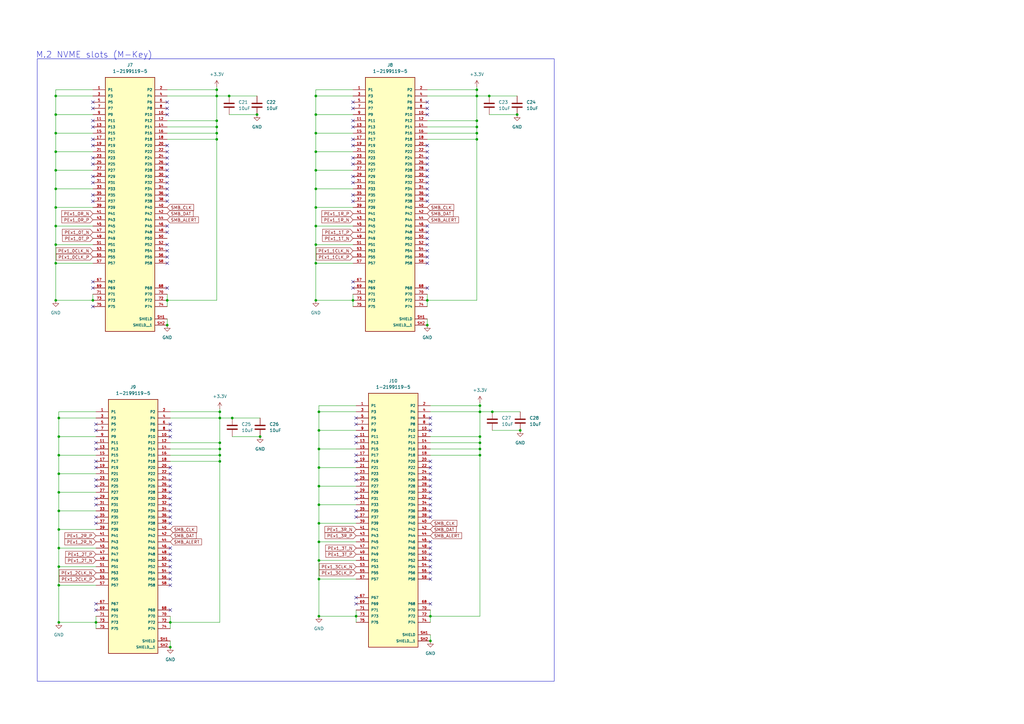
<source format=kicad_sch>
(kicad_sch (version 20250114) (generator "eeschema") (generator_version "9.0")
  (paper "A3")
  (title_block (title "PCIe/104 Adapter") (company "By Madhav Kapa"))
  (lib_symbols
    (symbol "1-2199119-5:1-2199119-5" (pin_names (offset 1.016))
      (property "Reference" "J" (at -10.1938 51.7746 0))
      (property "Value" "1-2199119-5" (at -10.1934 -56.0906 0))
      (symbol "1-2199119-5_0_0"
        (rectangle (start -10.16 -53.34) (end 10.16 50.8) (stroke (width 0.254)) (fill (type background)))
        (pin passive line (at -15.24 45.72 0) (length 5.08) (name "P1") (number "1"))
        (pin passive line (at -15.24 43.18 0) (length 5.08) (name "P3") (number "3"))
        (pin passive line (at -15.24 40.64 0) (length 5.08) (name "P5") (number "5"))
        (pin passive line (at -15.24 38.1 0) (length 5.08) (name "P7") (number "7"))
        (pin passive line (at -15.24 35.56 0) (length 5.08) (name "P9") (number "9"))
        (pin passive line (at -15.24 33.02 0) (length 5.08) (name "P11") (number "11"))
        (pin passive line (at -15.24 30.48 0) (length 5.08) (name "P13") (number "13"))
        (pin passive line (at -15.24 27.94 0) (length 5.08) (name "P15") (number "15"))
        (pin passive line (at -15.24 25.4 0) (length 5.08) (name "P17") (number "17"))
        (pin passive line (at -15.24 22.86 0) (length 5.08) (name "P19") (number "19"))
        (pin passive line (at -15.24 20.32 0) (length 5.08) (name "P21") (number "21"))
        (pin passive line (at -15.24 17.78 0) (length 5.08) (name "P23") (number "23"))
        (pin passive line (at -15.24 15.24 0) (length 5.08) (name "P25") (number "25"))
        (pin passive line (at -15.24 12.7 0) (length 5.08) (name "P27") (number "27"))
        (pin passive line (at -15.24 10.16 0) (length 5.08) (name "P29") (number "29"))
        (pin passive line (at -15.24 7.62 0) (length 5.08) (name "P31") (number "31"))
        (pin passive line (at -15.24 5.08 0) (length 5.08) (name "P33") (number "33"))
        (pin passive line (at -15.24 2.54 0) (length 5.08) (name "P35") (number "35"))
        (pin passive line (at -15.24 0 0) (length 5.08) (name "P37") (number "37"))
        (pin passive line (at -15.24 -2.54 0) (length 5.08) (name "P39") (number "39"))
        (pin passive line (at -15.24 -5.08 0) (length 5.08) (name "P41") (number "41"))
        (pin passive line (at -15.24 -7.62 0) (length 5.08) (name "P43") (number "43"))
        (pin passive line (at -15.24 -10.16 0) (length 5.08) (name "P45") (number "45"))
        (pin passive line (at -15.24 -12.7 0) (length 5.08) (name "P47") (number "47"))
        (pin passive line (at -15.24 -15.24 0) (length 5.08) (name "P49") (number "49"))
        (pin passive line (at -15.24 -17.78 0) (length 5.08) (name "P51") (number "51"))
        (pin passive line (at -15.24 -20.32 0) (length 5.08) (name "P53") (number "53"))
        (pin passive line (at -15.24 -22.86 0) (length 5.08) (name "P55") (number "55"))
        (pin passive line (at -15.24 -25.4 0) (length 5.08) (name "P57") (number "57"))
        (pin passive line (at -15.24 -33.02 0) (length 5.08) (name "P67") (number "67"))
        (pin passive line (at -15.24 -35.56 0) (length 5.08) (name "P69") (number "69"))
        (pin passive line (at -15.24 -38.1 0) (length 5.08) (name "P71") (number "71"))
        (pin passive line (at -15.24 -40.64 0) (length 5.08) (name "P73") (number "73"))
        (pin passive line (at -15.24 -43.18 0) (length 5.08) (name "P75") (number "75"))
        (pin passive line (at 15.24 45.72 180) (length 5.08) (name "P2") (number "2"))
        (pin passive line (at 15.24 43.18 180) (length 5.08) (name "P4") (number "4"))
        (pin passive line (at 15.24 40.64 180) (length 5.08) (name "P6") (number "6"))
        (pin passive line (at 15.24 38.1 180) (length 5.08) (name "P8") (number "8"))
        (pin passive line (at 15.24 35.56 180) (length 5.08) (name "P10") (number "10"))
        (pin passive line (at 15.24 33.02 180) (length 5.08) (name "P12") (number "12"))
        (pin passive line (at 15.24 30.48 180) (length 5.08) (name "P14") (number "14"))
        (pin passive line (at 15.24 27.94 180) (length 5.08) (name "P16") (number "16"))
        (pin passive line (at 15.24 25.4 180) (length 5.08) (name "P18") (number "18"))
        (pin passive line (at 15.24 22.86 180) (length 5.08) (name "P20") (number "20"))
        (pin passive line (at 15.24 20.32 180) (length 5.08) (name "P22") (number "22"))
        (pin passive line (at 15.24 17.78 180) (length 5.08) (name "P24") (number "24"))
        (pin passive line (at 15.24 15.24 180) (length 5.08) (name "P26") (number "26"))
        (pin passive line (at 15.24 12.7 180) (length 5.08) (name "P28") (number "28"))
        (pin passive line (at 15.24 10.16 180) (length 5.08) (name "P30") (number "30"))
        (pin passive line (at 15.24 7.62 180) (length 5.08) (name "P32") (number "32"))
        (pin passive line (at 15.24 5.08 180) (length 5.08) (name "P34") (number "34"))
        (pin passive line (at 15.24 2.54 180) (length 5.08) (name "P36") (number "36"))
        (pin passive line (at 15.24 0 180) (length 5.08) (name "P38") (number "38"))
        (pin passive line (at 15.24 -2.54 180) (length 5.08) (name "P40") (number "40"))
        (pin passive line (at 15.24 -5.08 180) (length 5.08) (name "P42") (number "42"))
        (pin passive line (at 15.24 -7.62 180) (length 5.08) (name "P44") (number "44"))
        (pin passive line (at 15.24 -10.16 180) (length 5.08) (name "P46") (number "46"))
        (pin passive line (at 15.24 -12.7 180) (length 5.08) (name "P48") (number "48"))
        (pin passive line (at 15.24 -15.24 180) (length 5.08) (name "P50") (number "50"))
        (pin passive line (at 15.24 -17.78 180) (length 5.08) (name "P52") (number "52"))
        (pin passive line (at 15.24 -20.32 180) (length 5.08) (name "P54") (number "54"))
        (pin passive line (at 15.24 -22.86 180) (length 5.08) (name "P56") (number "56"))
        (pin passive line (at 15.24 -25.4 180) (length 5.08) (name "P58") (number "58"))
        (pin passive line (at 15.24 -35.56 180) (length 5.08) (name "P68") (number "68"))
        (pin passive line (at 15.24 -38.1 180) (length 5.08) (name "P70") (number "70"))
        (pin passive line (at 15.24 -40.64 180) (length 5.08) (name "P72") (number "72"))
        (pin passive line (at 15.24 -43.18 180) (length 5.08) (name "P74") (number "74"))
        (pin passive line (at 15.24 -48.26 180) (length 5.08) (name "SHIELD") (number "SH1"))
        (pin passive line (at 15.24 -50.8 180) (length 5.08) (name "SHIELD__1") (number "SH2"))
      )
    )
    (symbol "Device:C" (pin_numbers (hide yes)) (pin_names (offset 0.254))
      (property "Reference" "C" (at 0.635 2.54 0))
      (property "Value" "C" (at 0.635 -2.54 0))
      (symbol "C_0_1"
        (polyline (pts (xy -2.032 0.762) (xy 2.032 0.762)) (stroke (width 0.508)))
        (polyline (pts (xy -2.032 -0.762) (xy 2.032 -0.762)) (stroke (width 0.508)))
      )
      (symbol "C_1_1"
        (pin passive line (at 0 3.81 270) (length 2.794) (name "~") (number "1"))
        (pin passive line (at 0 -3.81 90) (length 2.794) (name "~") (number "2"))
      )
    )
    (symbol "power:+3.3V" (power) (pin_numbers (hide yes)) (pin_names (offset 0) (hide yes))
      (property "Value" "+3.3V" (at 0 3.556 0))
      (symbol "+3.3V_0_1"
        (polyline (pts (xy -0.762 1.27) (xy 0 2.54)))
        (polyline (pts (xy 0 2.54) (xy 0.762 1.27)))
        (polyline (pts (xy 0 0) (xy 0 2.54)))
      )
      (symbol "+3.3V_1_1"
        (pin power_in line (at 0 0 90) (length 0) (name "~") (number "1"))
      )
    )
    (symbol "power:GND" (power) (pin_numbers (hide yes)) (pin_names (offset 0) (hide yes))
      (property "Value" "GND" (at 0 -3.81 0))
      (symbol "GND_0_1"
        (polyline (pts (xy 0 0) (xy 0 -1.27) (xy 1.27 -1.27) (xy 0 -2.54) (xy -1.27 -1.27) (xy 0 -1.27)))
      )
      (symbol "GND_1_1"
        (pin power_in line (at 0 0 270) (length 0) (name "~") (number "1"))
      )
    )
  )
  (rectangle (start 15.24 24.13) (end 227.33 279.4))
  (text "M.2 NVME slots (M-Key)" (at 38.608 22.606 0) (effects (font (size 2.54 2.54))))
  (junction (at 68.58 123.19))
  (junction (at 130.81 214.63))
  (junction (at 90.17 171.45))
  (junction (at 88.9 57.15))
  (junction (at 175.26 133.35))
  (junction (at 24.13 232.41))
  (junction (at 24.13 186.69))
  (junction (at 129.54 107.95))
  (junction (at 129.54 46.99))
  (junction (at 196.85 181.61))
  (junction (at 130.81 229.87))
  (junction (at 176.53 252.73))
  (junction (at 90.17 189.23))
  (junction (at 24.13 171.45))
  (junction (at 129.54 77.47))
  (junction (at 24.13 194.31))
  (junction (at 93.98 39.37))
  (junction (at 196.85 179.07))
  (junction (at 175.26 123.19))
  (junction (at 38.1 123.19))
  (junction (at 146.05 252.73))
  (junction (at 88.9 39.37))
  (junction (at 196.85 184.15))
  (junction (at 22.86 77.47))
  (junction (at 195.58 52.07))
  (junction (at 129.54 92.71))
  (junction (at 213.36 176.53))
  (junction (at 88.9 52.07))
  (junction (at 90.17 184.15))
  (junction (at 129.54 100.33))
  (junction (at 24.13 179.07))
  (junction (at 195.58 39.37))
  (junction (at 129.54 62.23))
  (junction (at 195.58 49.53))
  (junction (at 22.86 39.37))
  (junction (at 22.86 92.71))
  (junction (at 22.86 62.23))
  (junction (at 130.81 222.25))
  (junction (at 200.66 39.37))
  (junction (at 88.9 36.83))
  (junction (at 22.86 85.09))
  (junction (at 129.54 39.37))
  (junction (at 24.13 255.27))
  (junction (at 69.85 255.27))
  (junction (at 129.54 85.09))
  (junction (at 24.13 217.17))
  (junction (at 90.17 186.69))
  (junction (at 130.81 168.91))
  (junction (at 129.54 69.85))
  (junction (at 129.54 54.61))
  (junction (at 69.85 265.43))
  (junction (at 24.13 209.55))
  (junction (at 88.9 54.61))
  (junction (at 130.81 252.73))
  (junction (at 130.81 207.01))
  (junction (at 88.9 49.53))
  (junction (at 90.17 168.91))
  (junction (at 22.86 54.61))
  (junction (at 195.58 54.61))
  (junction (at 22.86 46.99))
  (junction (at 212.09 46.99))
  (junction (at 22.86 100.33))
  (junction (at 201.93 168.91))
  (junction (at 22.86 107.95))
  (junction (at 130.81 176.53))
  (junction (at 22.86 69.85))
  (junction (at 195.58 57.15))
  (junction (at 196.85 166.37))
  (junction (at 144.78 123.19))
  (junction (at 105.41 46.99))
  (junction (at 130.81 184.15))
  (junction (at 130.81 237.49))
  (junction (at 130.81 191.77))
  (junction (at 95.25 171.45))
  (junction (at 24.13 224.79))
  (junction (at 129.54 123.19))
  (junction (at 106.68 179.07))
  (junction (at 68.58 133.35))
  (junction (at 22.86 123.19))
  (junction (at 130.81 199.39))
  (junction (at 90.17 181.61))
  (junction (at 195.58 36.83))
  (junction (at 176.53 262.89))
  (junction (at 196.85 168.91))
  (junction (at 39.37 255.27))
  (junction (at 24.13 201.93))
  (junction (at 24.13 240.03))
  (junction (at 196.85 186.69))
  (no_connect (at 38.1 72.39))
  (no_connect (at 68.58 107.95))
  (no_connect (at 68.58 67.31))
  (no_connect (at 176.53 191.77))
  (no_connect (at 69.85 214.63))
  (no_connect (at 38.1 49.53))
  (no_connect (at 69.85 232.41))
  (no_connect (at 175.26 77.47))
  (no_connect (at 144.78 49.53))
  (no_connect (at 175.26 80.01))
  (no_connect (at 69.85 199.39))
  (no_connect (at 144.78 115.57))
  (no_connect (at 38.1 59.69))
  (no_connect (at 175.26 102.87))
  (no_connect (at 146.05 204.47))
  (no_connect (at 68.58 44.45))
  (no_connect (at 38.1 115.57))
  (no_connect (at 176.53 224.79))
  (no_connect (at 38.1 41.91))
  (no_connect (at 144.78 41.91))
  (no_connect (at 38.1 64.77))
  (no_connect (at 68.58 69.85))
  (no_connect (at 144.78 80.01))
  (no_connect (at 39.37 212.09))
  (no_connect (at 146.05 247.65))
  (no_connect (at 68.58 64.77))
  (no_connect (at 175.26 69.85))
  (no_connect (at 69.85 237.49))
  (no_connect (at 176.53 196.85))
  (no_connect (at 144.78 44.45))
  (no_connect (at 69.85 212.09))
  (no_connect (at 176.53 204.47))
  (no_connect (at 146.05 186.69))
  (no_connect (at 175.26 92.71))
  (no_connect (at 38.1 125.73))
  (no_connect (at 176.53 229.87))
  (no_connect (at 69.85 240.03))
  (no_connect (at 38.1 57.15))
  (no_connect (at 146.05 245.11))
  (no_connect (at 175.26 82.55))
  (no_connect (at 38.1 80.01))
  (no_connect (at 176.53 173.99))
  (no_connect (at 176.53 207.01))
  (no_connect (at 175.26 64.77))
  (no_connect (at 39.37 247.65))
  (no_connect (at 146.05 179.07))
  (no_connect (at 69.85 209.55))
  (no_connect (at 69.85 227.33))
  (no_connect (at 39.37 214.63))
  (no_connect (at 69.85 229.87))
  (no_connect (at 69.85 196.85))
  (no_connect (at 68.58 95.25))
  (no_connect (at 69.85 250.19))
  (no_connect (at 146.05 194.31))
  (no_connect (at 68.58 72.39))
  (no_connect (at 38.1 82.55))
  (no_connect (at 146.05 212.09))
  (no_connect (at 176.53 247.65))
  (no_connect (at 38.1 52.07))
  (no_connect (at 144.78 74.93))
  (no_connect (at 144.78 52.07))
  (no_connect (at 39.37 189.23))
  (no_connect (at 176.53 189.23))
  (no_connect (at 38.1 118.11))
  (no_connect (at 146.05 181.61))
  (no_connect (at 69.85 224.79))
  (no_connect (at 176.53 194.31))
  (no_connect (at 69.85 201.93))
  (no_connect (at 39.37 176.53))
  (no_connect (at 146.05 196.85))
  (no_connect (at 176.53 237.49))
  (no_connect (at 176.53 212.09))
  (no_connect (at 69.85 234.95))
  (no_connect (at 176.53 227.33))
  (no_connect (at 146.05 189.23))
  (no_connect (at 39.37 204.47))
  (no_connect (at 69.85 179.07))
  (no_connect (at 144.78 57.15))
  (no_connect (at 176.53 234.95))
  (no_connect (at 175.26 44.45))
  (no_connect (at 176.53 232.41))
  (no_connect (at 176.53 199.39))
  (no_connect (at 146.05 201.93))
  (no_connect (at 68.58 80.01))
  (no_connect (at 175.26 118.11))
  (no_connect (at 68.58 77.47))
  (no_connect (at 175.26 41.91))
  (no_connect (at 144.78 67.31))
  (no_connect (at 68.58 82.55))
  (no_connect (at 69.85 204.47))
  (no_connect (at 175.26 74.93))
  (no_connect (at 68.58 105.41))
  (no_connect (at 68.58 62.23))
  (no_connect (at 69.85 191.77))
  (no_connect (at 68.58 74.93))
  (no_connect (at 39.37 250.19))
  (no_connect (at 39.37 184.15))
  (no_connect (at 146.05 209.55))
  (no_connect (at 68.58 59.69))
  (no_connect (at 175.26 67.31))
  (no_connect (at 39.37 181.61))
  (no_connect (at 176.53 201.93))
  (no_connect (at 175.26 95.25))
  (no_connect (at 68.58 118.11))
  (no_connect (at 175.26 46.99))
  (no_connect (at 144.78 82.55))
  (no_connect (at 68.58 46.99))
  (no_connect (at 175.26 59.69))
  (no_connect (at 39.37 191.77))
  (no_connect (at 146.05 171.45))
  (no_connect (at 39.37 196.85))
  (no_connect (at 144.78 72.39))
  (no_connect (at 38.1 44.45))
  (no_connect (at 39.37 199.39))
  (no_connect (at 39.37 207.01))
  (no_connect (at 176.53 176.53))
  (no_connect (at 176.53 171.45))
  (no_connect (at 68.58 92.71))
  (no_connect (at 69.85 173.99))
  (no_connect (at 175.26 105.41))
  (no_connect (at 144.78 118.11))
  (no_connect (at 69.85 207.01))
  (no_connect (at 38.1 74.93))
  (no_connect (at 144.78 64.77))
  (no_connect (at 69.85 176.53))
  (no_connect (at 38.1 67.31))
  (no_connect (at 68.58 41.91))
  (no_connect (at 39.37 173.99))
  (no_connect (at 68.58 100.33))
  (no_connect (at 175.26 72.39))
  (no_connect (at 175.26 62.23))
  (no_connect (at 175.26 100.33))
  (no_connect (at 146.05 173.99))
  (no_connect (at 175.26 107.95))
  (no_connect (at 175.26 97.79))
  (no_connect (at 144.78 59.69))
  (no_connect (at 68.58 102.87))
  (no_connect (at 69.85 194.31))
  (no_connect (at 176.53 209.55))
  (no_connect (at 176.53 222.25))
  (wire (pts (xy 38.1 39.37) (xy 22.86 39.37)))
  (wire (pts (xy 129.54 107.95) (xy 129.54 100.33)))
  (wire (pts (xy 90.17 171.45) (xy 90.17 168.91)))
  (wire (pts (xy 88.9 57.15) (xy 88.9 54.61)))
  (wire (pts (xy 201.93 176.53) (xy 213.36 176.53)))
  (wire (pts (xy 24.13 179.07) (xy 24.13 171.45)))
  (wire (pts (xy 146.05 199.39) (xy 130.81 199.39)))
  (wire (pts (xy 90.17 171.45) (xy 95.25 171.45)))
  (wire (pts (xy 144.78 85.09) (xy 129.54 85.09)))
  (wire (pts (xy 39.37 186.69) (xy 24.13 186.69)))
  (wire (pts (xy 90.17 186.69) (xy 90.17 184.15)))
  (wire (pts (xy 24.13 224.79) (xy 24.13 217.17)))
  (wire (pts (xy 68.58 49.53) (xy 88.9 49.53)))
  (wire (pts (xy 196.85 168.91) (xy 196.85 166.37)))
  (wire (pts (xy 69.85 181.61) (xy 90.17 181.61)))
  (wire (pts (xy 144.78 62.23) (xy 129.54 62.23)))
  (wire (pts (xy 146.05 252.73) (xy 146.05 255.27)))
  (wire (pts (xy 129.54 92.71) (xy 129.54 85.09)))
  (wire (pts (xy 39.37 232.41) (xy 24.13 232.41)))
  (wire (pts (xy 69.85 255.27) (xy 90.17 255.27)))
  (wire (pts (xy 22.86 85.09) (xy 22.86 77.47)))
  (wire (pts (xy 130.81 229.87) (xy 130.81 222.25)))
  (wire (pts (xy 146.05 207.01) (xy 130.81 207.01)))
  (wire (pts (xy 68.58 130.81) (xy 68.58 133.35)))
  (wire (pts (xy 195.58 57.15) (xy 195.58 54.61)))
  (wire (pts (xy 90.17 168.91) (xy 90.17 167.64)))
  (wire (pts (xy 22.86 77.47) (xy 22.86 69.85)))
  (wire (pts (xy 175.26 57.15) (xy 195.58 57.15)))
  (wire (pts (xy 38.1 46.99) (xy 22.86 46.99)))
  (wire (pts (xy 68.58 52.07) (xy 88.9 52.07)))
  (wire (pts (xy 195.58 39.37) (xy 200.66 39.37)))
  (wire (pts (xy 24.13 168.91) (xy 39.37 168.91)))
  (wire (pts (xy 24.13 232.41) (xy 24.13 224.79)))
  (wire (pts (xy 38.1 54.61) (xy 22.86 54.61)))
  (wire (pts (xy 39.37 224.79) (xy 24.13 224.79)))
  (wire (pts (xy 88.9 54.61) (xy 88.9 52.07)))
  (wire (pts (xy 88.9 39.37) (xy 88.9 36.83)))
  (wire (pts (xy 176.53 186.69) (xy 196.85 186.69)))
  (wire (pts (xy 129.54 107.95) (xy 129.54 123.19)))
  (wire (pts (xy 39.37 179.07) (xy 24.13 179.07)))
  (wire (pts (xy 176.53 184.15) (xy 196.85 184.15)))
  (wire (pts (xy 39.37 194.31) (xy 24.13 194.31)))
  (wire (pts (xy 130.81 168.91) (xy 130.81 166.37)))
  (wire (pts (xy 175.26 36.83) (xy 195.58 36.83)))
  (wire (pts (xy 175.26 49.53) (xy 195.58 49.53)))
  (wire (pts (xy 196.85 168.91) (xy 201.93 168.91)))
  (wire (pts (xy 195.58 52.07) (xy 195.58 49.53)))
  (wire (pts (xy 22.86 100.33) (xy 22.86 92.71)))
  (wire (pts (xy 129.54 46.99) (xy 129.54 39.37)))
  (wire (pts (xy 176.53 166.37) (xy 196.85 166.37)))
  (wire (pts (xy 144.78 120.65) (xy 144.78 123.19)))
  (wire (pts (xy 24.13 194.31) (xy 24.13 186.69)))
  (wire (pts (xy 175.26 123.19) (xy 175.26 125.73)))
  (wire (pts (xy 129.54 100.33) (xy 129.54 92.71)))
  (wire (pts (xy 175.26 123.19) (xy 195.58 123.19)))
  (wire (pts (xy 90.17 181.61) (xy 90.17 171.45)))
  (wire (pts (xy 22.86 107.95) (xy 22.86 123.19)))
  (wire (pts (xy 88.9 52.07) (xy 88.9 49.53)))
  (wire (pts (xy 38.1 100.33) (xy 22.86 100.33)))
  (wire (pts (xy 129.54 69.85) (xy 129.54 62.23)))
  (wire (pts (xy 144.78 123.19) (xy 144.78 125.73)))
  (wire (pts (xy 176.53 181.61) (xy 196.85 181.61)))
  (wire (pts (xy 22.86 36.83) (xy 38.1 36.83)))
  (wire (pts (xy 22.86 107.95) (xy 22.86 100.33)))
  (wire (pts (xy 144.78 54.61) (xy 129.54 54.61)))
  (wire (pts (xy 175.26 120.65) (xy 175.26 123.19)))
  (wire (pts (xy 146.05 237.49) (xy 130.81 237.49)))
  (wire (pts (xy 144.78 100.33) (xy 129.54 100.33)))
  (wire (pts (xy 39.37 209.55) (xy 24.13 209.55)))
  (wire (pts (xy 68.58 54.61) (xy 88.9 54.61)))
  (wire (pts (xy 129.54 123.19) (xy 144.78 123.19)))
  (wire (pts (xy 195.58 36.83) (xy 195.58 35.56)))
  (wire (pts (xy 24.13 217.17) (xy 24.13 209.55)))
  (wire (pts (xy 129.54 85.09) (xy 129.54 77.47)))
  (wire (pts (xy 68.58 123.19) (xy 88.9 123.19)))
  (wire (pts (xy 176.53 168.91) (xy 196.85 168.91)))
  (wire (pts (xy 22.86 69.85) (xy 22.86 62.23)))
  (wire (pts (xy 69.85 255.27) (xy 69.85 257.81)))
  (wire (pts (xy 38.1 85.09) (xy 22.86 85.09)))
  (wire (pts (xy 129.54 39.37) (xy 129.54 36.83)))
  (wire (pts (xy 146.05 229.87) (xy 130.81 229.87)))
  (wire (pts (xy 24.13 171.45) (xy 24.13 168.91)))
  (wire (pts (xy 195.58 39.37) (xy 195.58 36.83)))
  (wire (pts (xy 38.1 77.47) (xy 22.86 77.47)))
  (wire (pts (xy 196.85 186.69) (xy 196.85 184.15)))
  (wire (pts (xy 39.37 240.03) (xy 24.13 240.03)))
  (wire (pts (xy 146.05 191.77) (xy 130.81 191.77)))
  (wire (pts (xy 69.85 189.23) (xy 90.17 189.23)))
  (wire (pts (xy 130.81 176.53) (xy 130.81 168.91)))
  (wire (pts (xy 195.58 54.61) (xy 195.58 52.07)))
  (wire (pts (xy 130.81 191.77) (xy 130.81 184.15)))
  (wire (pts (xy 22.86 92.71) (xy 22.86 85.09)))
  (wire (pts (xy 200.66 46.99) (xy 212.09 46.99)))
  (wire (pts (xy 130.81 237.49) (xy 130.81 229.87)))
  (wire (pts (xy 24.13 186.69) (xy 24.13 179.07)))
  (wire (pts (xy 69.85 184.15) (xy 90.17 184.15)))
  (wire (pts (xy 69.85 171.45) (xy 90.17 171.45)))
  (wire (pts (xy 69.85 186.69) (xy 90.17 186.69)))
  (wire (pts (xy 129.54 62.23) (xy 129.54 54.61)))
  (wire (pts (xy 69.85 262.89) (xy 69.85 265.43)))
  (wire (pts (xy 176.53 252.73) (xy 196.85 252.73)))
  (wire (pts (xy 24.13 240.03) (xy 24.13 232.41)))
  (wire (pts (xy 68.58 120.65) (xy 68.58 123.19)))
  (wire (pts (xy 22.86 123.19) (xy 38.1 123.19)))
  (wire (pts (xy 90.17 189.23) (xy 90.17 186.69)))
  (wire (pts (xy 68.58 123.19) (xy 68.58 125.73)))
  (wire (pts (xy 144.78 77.47) (xy 129.54 77.47)))
  (wire (pts (xy 129.54 77.47) (xy 129.54 69.85)))
  (wire (pts (xy 90.17 189.23) (xy 90.17 255.27)))
  (wire (pts (xy 144.78 46.99) (xy 129.54 46.99)))
  (wire (pts (xy 68.58 36.83) (xy 88.9 36.83)))
  (wire (pts (xy 176.53 260.35) (xy 176.53 262.89)))
  (wire (pts (xy 176.53 179.07) (xy 196.85 179.07)))
  (wire (pts (xy 39.37 171.45) (xy 24.13 171.45)))
  (wire (pts (xy 146.05 168.91) (xy 130.81 168.91)))
  (wire (pts (xy 39.37 255.27) (xy 39.37 257.81)))
  (wire (pts (xy 196.85 184.15) (xy 196.85 181.61)))
  (wire (pts (xy 24.13 255.27) (xy 39.37 255.27)))
  (wire (pts (xy 175.26 52.07) (xy 195.58 52.07)))
  (wire (pts (xy 93.98 46.99) (xy 105.41 46.99)))
  (wire (pts (xy 93.98 39.37) (xy 105.41 39.37)))
  (wire (pts (xy 130.81 199.39) (xy 130.81 191.77)))
  (wire (pts (xy 130.81 252.73) (xy 146.05 252.73)))
  (wire (pts (xy 38.1 92.71) (xy 22.86 92.71)))
  (wire (pts (xy 68.58 39.37) (xy 88.9 39.37)))
  (wire (pts (xy 130.81 166.37) (xy 146.05 166.37)))
  (wire (pts (xy 130.81 237.49) (xy 130.81 252.73)))
  (wire (pts (xy 175.26 130.81) (xy 175.26 133.35)))
  (wire (pts (xy 176.53 250.19) (xy 176.53 252.73)))
  (wire (pts (xy 175.26 39.37) (xy 195.58 39.37)))
  (wire (pts (xy 130.81 184.15) (xy 130.81 176.53)))
  (wire (pts (xy 95.25 171.45) (xy 106.68 171.45)))
  (wire (pts (xy 90.17 184.15) (xy 90.17 181.61)))
  (wire (pts (xy 39.37 201.93) (xy 24.13 201.93)))
  (wire (pts (xy 88.9 57.15) (xy 88.9 123.19)))
  (wire (pts (xy 196.85 181.61) (xy 196.85 179.07)))
  (wire (pts (xy 39.37 252.73) (xy 39.37 255.27)))
  (wire (pts (xy 68.58 57.15) (xy 88.9 57.15)))
  (wire (pts (xy 144.78 39.37) (xy 129.54 39.37)))
  (wire (pts (xy 24.13 209.55) (xy 24.13 201.93)))
  (wire (pts (xy 130.81 222.25) (xy 130.81 214.63)))
  (wire (pts (xy 201.93 168.91) (xy 213.36 168.91)))
  (wire (pts (xy 175.26 54.61) (xy 195.58 54.61)))
  (wire (pts (xy 88.9 39.37) (xy 93.98 39.37)))
  (wire (pts (xy 130.81 207.01) (xy 130.81 199.39)))
  (wire (pts (xy 196.85 179.07) (xy 196.85 168.91)))
  (wire (pts (xy 69.85 168.91) (xy 90.17 168.91)))
  (wire (pts (xy 69.85 252.73) (xy 69.85 255.27)))
  (wire (pts (xy 38.1 69.85) (xy 22.86 69.85)))
  (wire (pts (xy 146.05 222.25) (xy 130.81 222.25)))
  (wire (pts (xy 146.05 250.19) (xy 146.05 252.73)))
  (wire (pts (xy 22.86 54.61) (xy 22.86 46.99)))
  (wire (pts (xy 22.86 62.23) (xy 22.86 54.61)))
  (wire (pts (xy 196.85 166.37) (xy 196.85 165.1)))
  (wire (pts (xy 38.1 120.65) (xy 38.1 123.19)))
  (wire (pts (xy 144.78 92.71) (xy 129.54 92.71)))
  (wire (pts (xy 146.05 214.63) (xy 130.81 214.63)))
  (wire (pts (xy 38.1 62.23) (xy 22.86 62.23)))
  (wire (pts (xy 144.78 69.85) (xy 129.54 69.85)))
  (wire (pts (xy 195.58 57.15) (xy 195.58 123.19)))
  (wire (pts (xy 129.54 54.61) (xy 129.54 46.99)))
  (wire (pts (xy 130.81 214.63) (xy 130.81 207.01)))
  (wire (pts (xy 196.85 186.69) (xy 196.85 252.73)))
  (wire (pts (xy 88.9 36.83) (xy 88.9 35.56)))
  (wire (pts (xy 24.13 201.93) (xy 24.13 194.31)))
  (wire (pts (xy 146.05 176.53) (xy 130.81 176.53)))
  (wire (pts (xy 24.13 240.03) (xy 24.13 255.27)))
  (wire (pts (xy 129.54 36.83) (xy 144.78 36.83)))
  (wire (pts (xy 22.86 39.37) (xy 22.86 36.83)))
  (wire (pts (xy 22.86 46.99) (xy 22.86 39.37)))
  (wire (pts (xy 38.1 107.95) (xy 22.86 107.95)))
  (wire (pts (xy 95.25 179.07) (xy 106.68 179.07)))
  (wire (pts (xy 176.53 252.73) (xy 176.53 255.27)))
  (wire (pts (xy 146.05 184.15) (xy 130.81 184.15)))
  (wire (pts (xy 144.78 107.95) (xy 129.54 107.95)))
  (wire (pts (xy 39.37 217.17) (xy 24.13 217.17)))
  (wire (pts (xy 200.66 39.37) (xy 212.09 39.37)))
  (wire (pts (xy 88.9 39.37) (xy 88.9 49.53)))
  (wire (pts (xy 195.58 39.37) (xy 195.58 49.53)))
  (global_label "PEx1_1CLK_P" (shape input) (at 144.78 105.41 180) (property "Intersheetrefs" "${INTERSHEET_REFS}" (effects (hide yes))))
  (global_label "PEx1_2R_P" (shape input) (at 39.37 219.71 180) (property "Intersheetrefs" "${INTERSHEET_REFS}" (effects (hide yes))))
  (global_label "SMB_CLK" (shape input) (at 68.58 85.09 0) (property "Intersheetrefs" "${INTERSHEET_REFS}" (effects (hide yes))))
  (global_label "SMB_CLK" (shape input) (at 176.53 214.63 0) (property "Intersheetrefs" "${INTERSHEET_REFS}" (effects (hide yes))))
  (global_label "SMB_DAT" (shape input) (at 69.85 219.71 0) (property "Intersheetrefs" "${INTERSHEET_REFS}" (effects (hide yes))))
  (global_label "SMB_DAT" (shape input) (at 68.58 87.63 0) (property "Intersheetrefs" "${INTERSHEET_REFS}" (effects (hide yes))))
  (global_label "SMB_ALERT" (shape input) (at 176.53 219.71 0) (property "Intersheetrefs" "${INTERSHEET_REFS}" (effects (hide yes))))
  (global_label "PEx1_0R_N" (shape input) (at 38.1 87.63 180) (property "Intersheetrefs" "${INTERSHEET_REFS}" (effects (hide yes))))
  (global_label "PEx1_2T_P" (shape input) (at 39.37 227.33 180) (property "Intersheetrefs" "${INTERSHEET_REFS}" (effects (hide yes))))
  (global_label "PEx1_1CLK_N" (shape input) (at 144.78 102.87 180) (property "Intersheetrefs" "${INTERSHEET_REFS}" (effects (hide yes))))
  (global_label "PEx1_2CLK_P" (shape input) (at 39.37 237.49 180) (property "Intersheetrefs" "${INTERSHEET_REFS}" (effects (hide yes))))
  (global_label "PEx1_3CLK_P" (shape input) (at 146.05 234.95 180) (property "Intersheetrefs" "${INTERSHEET_REFS}" (effects (hide yes))))
  (global_label "PEx1_3CLK_N" (shape input) (at 146.05 232.41 180) (property "Intersheetrefs" "${INTERSHEET_REFS}" (effects (hide yes))))
  (global_label "PEx1_3T_P" (shape input) (at 146.05 227.33 180) (property "Intersheetrefs" "${INTERSHEET_REFS}" (effects (hide yes))))
  (global_label "PEx1_0CLK_N" (shape input) (at 38.1 102.87 180) (property "Intersheetrefs" "${INTERSHEET_REFS}" (effects (hide yes))))
  (global_label "SMB_CLK" (shape input) (at 69.85 217.17 0) (property "Intersheetrefs" "${INTERSHEET_REFS}" (effects (hide yes))))
  (global_label "PEx1_1T_N" (shape input) (at 144.78 97.79 180) (property "Intersheetrefs" "${INTERSHEET_REFS}" (effects (hide yes))))
  (global_label "PEx1_3T_N" (shape input) (at 146.05 224.79 180) (property "Intersheetrefs" "${INTERSHEET_REFS}" (effects (hide yes))))
  (global_label "SMB_ALERT" (shape input) (at 69.85 222.25 0) (property "Intersheetrefs" "${INTERSHEET_REFS}" (effects (hide yes))))
  (global_label "PEx1_3R_N" (shape input) (at 146.05 217.17 180) (property "Intersheetrefs" "${INTERSHEET_REFS}" (effects (hide yes))))
  (global_label "PEx1_2R_N" (shape input) (at 39.37 222.25 180) (property "Intersheetrefs" "${INTERSHEET_REFS}" (effects (hide yes))))
  (global_label "SMB_DAT" (shape input) (at 175.26 87.63 0) (property "Intersheetrefs" "${INTERSHEET_REFS}" (effects (hide yes))))
  (global_label "PEx1_0R_P" (shape input) (at 38.1 90.17 180) (property "Intersheetrefs" "${INTERSHEET_REFS}" (effects (hide yes))))
  (global_label "PEx1_1R_P" (shape input) (at 144.78 87.63 180) (property "Intersheetrefs" "${INTERSHEET_REFS}" (effects (hide yes))))
  (global_label "PEx1_2CLK_N" (shape input) (at 39.37 234.95 180) (property "Intersheetrefs" "${INTERSHEET_REFS}" (effects (hide yes))))
  (global_label "PEx1_0T_N" (shape input) (at 38.1 95.25 180) (property "Intersheetrefs" "${INTERSHEET_REFS}" (effects (hide yes))))
  (global_label "PEx1_1R_N" (shape input) (at 144.78 90.17 180) (property "Intersheetrefs" "${INTERSHEET_REFS}" (effects (hide yes))))
  (global_label "PEx1_1T_P" (shape input) (at 144.78 95.25 180) (property "Intersheetrefs" "${INTERSHEET_REFS}" (effects (hide yes))))
  (global_label "PEx1_3R_P" (shape input) (at 146.05 219.71 180) (property "Intersheetrefs" "${INTERSHEET_REFS}" (effects (hide yes))))
  (global_label "SMB_ALERT" (shape input) (at 175.26 90.17 0) (property "Intersheetrefs" "${INTERSHEET_REFS}" (effects (hide yes))))
  (global_label "PEx1_0CLK_P" (shape input) (at 38.1 105.41 180) (property "Intersheetrefs" "${INTERSHEET_REFS}" (effects (hide yes))))
  (global_label "SMB_DAT" (shape input) (at 176.53 217.17 0) (property "Intersheetrefs" "${INTERSHEET_REFS}" (effects (hide yes))))
  (global_label "PEx1_2T_N" (shape input) (at 39.37 229.87 180) (property "Intersheetrefs" "${INTERSHEET_REFS}" (effects (hide yes))))
  (global_label "SMB_ALERT" (shape input) (at 68.58 90.17 0) (property "Intersheetrefs" "${INTERSHEET_REFS}" (effects (hide yes))))
  (global_label "SMB_CLK" (shape input) (at 175.26 85.09 0) (property "Intersheetrefs" "${INTERSHEET_REFS}" (effects (hide yes))))
  (global_label "PEx1_0T_P" (shape input) (at 38.1 97.79 180) (property "Intersheetrefs" "${INTERSHEET_REFS}" (effects (hide yes))))
  (symbol (lib_id "Device:C") (at 212.09 43.18 0) (unit 1)
    (property "Reference" "C24" (at 215.9 41.9099 0) (effects (justify left)))
    (property "Value" "10uF" (at 215.9 44.4499 0) (effects (justify left)))
    (property "Footprint" "Capacitor_SMD:C_0805_2012Metric_Pad1.18x1.45mm_HandSolder" (effects (hide yes)))
    (property "Description" "Unpolarized capacitor" (effects (hide yes)))
  )
  (symbol (lib_id "power:+3.3V") (at 88.9 35.56 0) (unit 1)
    (property "Reference" "#PWR035" (effects (hide yes)))
    (property "Value" "+3.3V" (at 88.9 30.48 0))
    (property "Description" "Power symbol creates a global label with name \"+3.3V\"" (effects (hide yes)))
  )
  (symbol (lib_id "1-2199119-5:1-2199119-5") (at 160.02 82.55 0) (unit 1)
    (property "Reference" "J8" (at 160.02 26.67 0))
    (property "Value" "1-2199119-5" (at 160.02 29.21 0))
    (property "Footprint" "footprints:TE_1-2199119-5" (effects (hide yes)))
    (property "MF" "TE Connectivity" (effects (hide yes)))
    (property "PACKAGE" "None" (effects (hide yes)))
    (property "PRICE" "None" (effects (hide yes)))
    (property "MP" "1-2199119-5" (effects (hide yes)))
    (property "AVAILABILITY" "Unavailable" (effects (hide yes)))
  )
  (symbol (lib_id "power:GND") (at 105.41 46.99 0) (unit 1)
    (property "Reference" "#PWR052" (effects (hide yes)))
    (property "Value" "GND" (at 105.41 52.07 0))
    (property "Description" "Power symbol creates a global label with name \"GND\" , ground" (effects (hide yes)))
  )
  (symbol (lib_id "power:GND") (at 22.86 123.19 0) (unit 1)
    (property "Reference" "#PWR028" (effects (hide yes)))
    (property "Value" "GND" (at 22.86 128.27 0))
    (property "Description" "Power symbol creates a global label with name \"GND\" , ground" (effects (hide yes)))
  )
  (symbol (lib_id "power:GND") (at 176.53 262.89 0) (unit 1)
    (property "Reference" "#PWR061" (effects (hide yes)))
    (property "Value" "GND" (at 176.53 267.97 0))
    (property "Description" "Power symbol creates a global label with name \"GND\" , ground" (effects (hide yes)))
  )
  (symbol (lib_id "1-2199119-5:1-2199119-5") (at 54.61 214.63 0) (unit 1)
    (property "Reference" "J9" (at 54.61 158.75 0))
    (property "Value" "1-2199119-5" (at 54.61 161.29 0))
    (property "Footprint" "footprints:TE_1-2199119-5" (effects (hide yes)))
    (property "MF" "TE Connectivity" (effects (hide yes)))
    (property "PACKAGE" "None" (effects (hide yes)))
    (property "PRICE" "None" (effects (hide yes)))
    (property "MP" "1-2199119-5" (effects (hide yes)))
    (property "AVAILABILITY" "Unavailable" (effects (hide yes)))
  )
  (symbol (lib_id "power:GND") (at 175.26 133.35 0) (unit 1)
    (property "Reference" "#PWR058" (effects (hide yes)))
    (property "Value" "GND" (at 175.26 138.43 0))
    (property "Description" "Power symbol creates a global label with name \"GND\" , ground" (effects (hide yes)))
  )
  (symbol (lib_id "Device:C") (at 93.98 43.18 0) (unit 1)
    (property "Reference" "C21" (at 97.79 41.9099 0) (effects (justify left)))
    (property "Value" "10uF" (at 97.79 44.4499 0) (effects (justify left)))
    (property "Footprint" "Capacitor_SMD:C_0805_2012Metric_Pad1.18x1.45mm_HandSolder" (effects (hide yes)))
    (property "Description" "Unpolarized capacitor" (effects (hide yes)))
  )
  (symbol (lib_id "Device:C") (at 200.66 43.18 0) (unit 1)
    (property "Reference" "C23" (at 204.47 41.9099 0) (effects (justify left)))
    (property "Value" "10uF" (at 204.47 44.4499 0) (effects (justify left)))
    (property "Footprint" "Capacitor_SMD:C_0805_2012Metric_Pad1.18x1.45mm_HandSolder" (effects (hide yes)))
    (property "Description" "Unpolarized capacitor" (effects (hide yes)))
  )
  (symbol (lib_id "power:+3.3V") (at 196.85 165.1 0) (unit 1)
    (property "Reference" "#PWR042" (effects (hide yes)))
    (property "Value" "+3.3V" (at 196.85 160.02 0))
    (property "Description" "Power symbol creates a global label with name \"+3.3V\"" (effects (hide yes)))
  )
  (symbol (lib_id "power:GND") (at 129.54 123.19 0) (unit 1)
    (property "Reference" "#PWR038" (effects (hide yes)))
    (property "Value" "GND" (at 129.54 128.27 0))
    (property "Description" "Power symbol creates a global label with name \"GND\" , ground" (effects (hide yes)))
  )
  (symbol (lib_id "Device:C") (at 106.68 175.26 0) (unit 1)
    (property "Reference" "C26" (at 110.49 173.9899 0) (effects (justify left)))
    (property "Value" "10uF" (at 110.49 176.5299 0) (effects (justify left)))
    (property "Footprint" "Capacitor_SMD:C_0805_2012Metric_Pad1.18x1.45mm_HandSolder" (effects (hide yes)))
    (property "Description" "Unpolarized capacitor" (effects (hide yes)))
  )
  (symbol (lib_id "1-2199119-5:1-2199119-5") (at 161.29 212.09 0) (unit 1)
    (property "Reference" "J10" (at 161.29 156.21 0))
    (property "Value" "1-2199119-5" (at 161.29 158.75 0))
    (property "Footprint" "footprints:TE_1-2199119-5" (effects (hide yes)))
    (property "MF" "TE Connectivity" (effects (hide yes)))
    (property "PACKAGE" "None" (effects (hide yes)))
    (property "PRICE" "None" (effects (hide yes)))
    (property "MP" "1-2199119-5" (effects (hide yes)))
    (property "AVAILABILITY" "Unavailable" (effects (hide yes)))
  )
  (symbol (lib_id "power:+3.3V") (at 195.58 35.56 0) (unit 1)
    (property "Reference" "#PWR041" (effects (hide yes)))
    (property "Value" "+3.3V" (at 195.58 30.48 0))
    (property "Description" "Power symbol creates a global label with name \"+3.3V\"" (effects (hide yes)))
  )
  (symbol (lib_id "power:GND") (at 69.85 265.43 0) (unit 1)
    (property "Reference" "#PWR060" (effects (hide yes)))
    (property "Value" "GND" (at 69.85 270.51 0))
    (property "Description" "Power symbol creates a global label with name \"GND\" , ground" (effects (hide yes)))
  )
  (symbol (lib_id "Device:C") (at 213.36 172.72 0) (unit 1)
    (property "Reference" "C28" (at 217.17 171.4499 0) (effects (justify left)))
    (property "Value" "10uF" (at 217.17 173.9899 0) (effects (justify left)))
    (property "Footprint" "Capacitor_SMD:C_0805_2012Metric_Pad1.18x1.45mm_HandSolder" (effects (hide yes)))
    (property "Description" "Unpolarized capacitor" (effects (hide yes)))
  )
  (symbol (lib_id "power:GND") (at 130.81 252.73 0) (unit 1)
    (property "Reference" "#PWR039" (effects (hide yes)))
    (property "Value" "GND" (at 130.81 257.81 0))
    (property "Description" "Power symbol creates a global label with name \"GND\" , ground" (effects (hide yes)))
  )
  (symbol (lib_id "Device:C") (at 95.25 175.26 0) (unit 1)
    (property "Reference" "C25" (at 99.06 173.9899 0) (effects (justify left)))
    (property "Value" "10uF" (at 99.06 176.5299 0) (effects (justify left)))
    (property "Footprint" "Capacitor_SMD:C_0805_2012Metric_Pad1.18x1.45mm_HandSolder" (effects (hide yes)))
    (property "Description" "Unpolarized capacitor" (effects (hide yes)))
  )
  (symbol (lib_id "Device:C") (at 105.41 43.18 0) (unit 1)
    (property "Reference" "C22" (at 109.22 41.9099 0) (effects (justify left)))
    (property "Value" "10uF" (at 109.22 44.4499 0) (effects (justify left)))
    (property "Footprint" "Capacitor_SMD:C_0805_2012Metric_Pad1.18x1.45mm_HandSolder" (effects (hide yes)))
    (property "Description" "Unpolarized capacitor" (effects (hide yes)))
  )
  (symbol (lib_id "1-2199119-5:1-2199119-5") (at 53.34 82.55 0) (unit 1)
    (property "Reference" "J7" (at 53.34 26.67 0))
    (property "Value" "1-2199119-5" (at 53.34 29.21 0))
    (property "Footprint" "footprints:TE_1-2199119-5" (effects (hide yes)))
    (property "MF" "TE Connectivity" (effects (hide yes)))
    (property "PACKAGE" "None" (effects (hide yes)))
    (property "PRICE" "None" (effects (hide yes)))
    (property "MP" "1-2199119-5" (effects (hide yes)))
    (property "AVAILABILITY" "Unavailable" (effects (hide yes)))
  )
  (symbol (lib_id "power:GND") (at 68.58 133.35 0) (unit 1)
    (property "Reference" "#PWR059" (effects (hide yes)))
    (property "Value" "GND" (at 68.58 138.43 0))
    (property "Description" "Power symbol creates a global label with name \"GND\" , ground" (effects (hide yes)))
  )
  (symbol (lib_id "Device:C") (at 201.93 172.72 0) (unit 1)
    (property "Reference" "C27" (at 205.74 171.4499 0) (effects (justify left)))
    (property "Value" "10uF" (at 205.74 173.9899 0) (effects (justify left)))
    (property "Footprint" "Capacitor_SMD:C_0805_2012Metric_Pad1.18x1.45mm_HandSolder" (effects (hide yes)))
    (property "Description" "Unpolarized capacitor" (effects (hide yes)))
  )
  (symbol (lib_id "power:GND") (at 24.13 255.27 0) (unit 1)
    (property "Reference" "#PWR029" (effects (hide yes)))
    (property "Value" "GND" (at 24.13 260.35 0))
    (property "Description" "Power symbol creates a global label with name \"GND\" , ground" (effects (hide yes)))
  )
  (symbol (lib_id "power:+3.3V") (at 90.17 167.64 0) (unit 1)
    (property "Reference" "#PWR036" (effects (hide yes)))
    (property "Value" "+3.3V" (at 90.17 162.56 0))
    (property "Description" "Power symbol creates a global label with name \"+3.3V\"" (effects (hide yes)))
  )
  (symbol (lib_id "power:GND") (at 212.09 46.99 0) (unit 1)
    (property "Reference" "#PWR053" (effects (hide yes)))
    (property "Value" "GND" (at 212.09 52.07 0))
    (property "Description" "Power symbol creates a global label with name \"GND\" , ground" (effects (hide yes)))
  )
  (symbol (lib_id "power:GND") (at 213.36 176.53 0) (unit 1)
    (property "Reference" "#PWR055" (effects (hide yes)))
    (property "Value" "GND" (at 213.36 181.61 0))
    (property "Description" "Power symbol creates a global label with name \"GND\" , ground" (effects (hide yes)))
  )
  (symbol (lib_id "power:GND") (at 106.68 179.07 0) (unit 1)
    (property "Reference" "#PWR054" (effects (hide yes)))
    (property "Value" "GND" (at 106.68 184.15 0))
    (property "Description" "Power symbol creates a global label with name \"GND\" , ground" (effects (hide yes)))
  )
)
</source>
